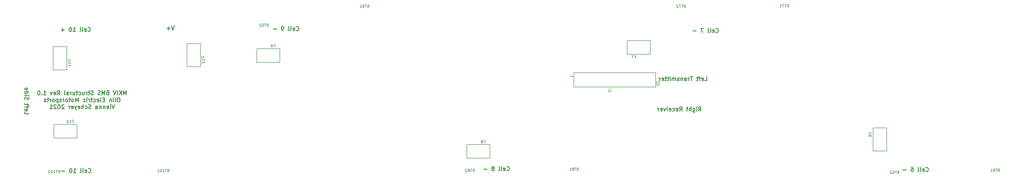
<source format=gbr>
G04 #@! TF.GenerationSoftware,KiCad,Pcbnew,5.0.2-bee76a0~70~ubuntu16.04.1*
G04 #@! TF.CreationDate,2019-03-25T22:30:45-04:00*
G04 #@! TF.ProjectId,BMS_Structural,424d535f-5374-4727-9563-747572616c2e,rev?*
G04 #@! TF.SameCoordinates,Original*
G04 #@! TF.FileFunction,Legend,Bot*
G04 #@! TF.FilePolarity,Positive*
%FSLAX46Y46*%
G04 Gerber Fmt 4.6, Leading zero omitted, Abs format (unit mm)*
G04 Created by KiCad (PCBNEW 5.0.2-bee76a0~70~ubuntu16.04.1) date Mon 25 Mar 2019 10:30:45 PM EDT*
%MOMM*%
%LPD*%
G01*
G04 APERTURE LIST*
%ADD10C,0.300000*%
%ADD11C,0.150000*%
G04 APERTURE END LIST*
D10*
X40887885Y-27078714D02*
X40959314Y-27150142D01*
X41173600Y-27221571D01*
X41316457Y-27221571D01*
X41530742Y-27150142D01*
X41673600Y-27007285D01*
X41745028Y-26864428D01*
X41816457Y-26578714D01*
X41816457Y-26364428D01*
X41745028Y-26078714D01*
X41673600Y-25935857D01*
X41530742Y-25793000D01*
X41316457Y-25721571D01*
X41173600Y-25721571D01*
X40959314Y-25793000D01*
X40887885Y-25864428D01*
X39673600Y-27150142D02*
X39816457Y-27221571D01*
X40102171Y-27221571D01*
X40245028Y-27150142D01*
X40316457Y-27007285D01*
X40316457Y-26435857D01*
X40245028Y-26293000D01*
X40102171Y-26221571D01*
X39816457Y-26221571D01*
X39673600Y-26293000D01*
X39602171Y-26435857D01*
X39602171Y-26578714D01*
X40316457Y-26721571D01*
X38745028Y-27221571D02*
X38887885Y-27150142D01*
X38959314Y-27007285D01*
X38959314Y-25721571D01*
X37959314Y-27221571D02*
X38102171Y-27150142D01*
X38173600Y-27007285D01*
X38173600Y-25721571D01*
X35459314Y-27221571D02*
X36316457Y-27221571D01*
X35887885Y-27221571D02*
X35887885Y-25721571D01*
X36030742Y-25935857D01*
X36173600Y-26078714D01*
X36316457Y-26150142D01*
X34530742Y-25721571D02*
X34387885Y-25721571D01*
X34245028Y-25793000D01*
X34173600Y-25864428D01*
X34102171Y-26007285D01*
X34030742Y-26293000D01*
X34030742Y-26650142D01*
X34102171Y-26935857D01*
X34173600Y-27078714D01*
X34245028Y-27150142D01*
X34387885Y-27221571D01*
X34530742Y-27221571D01*
X34673600Y-27150142D01*
X34745028Y-27078714D01*
X34816457Y-26935857D01*
X34887885Y-26650142D01*
X34887885Y-26293000D01*
X34816457Y-26007285D01*
X34745028Y-25864428D01*
X34673600Y-25793000D01*
X34530742Y-25721571D01*
X32245028Y-26650142D02*
X31102171Y-26650142D01*
X31673600Y-27221571D02*
X31673600Y-26078714D01*
X41040285Y-78818514D02*
X41111714Y-78889942D01*
X41326000Y-78961371D01*
X41468857Y-78961371D01*
X41683142Y-78889942D01*
X41826000Y-78747085D01*
X41897428Y-78604228D01*
X41968857Y-78318514D01*
X41968857Y-78104228D01*
X41897428Y-77818514D01*
X41826000Y-77675657D01*
X41683142Y-77532800D01*
X41468857Y-77461371D01*
X41326000Y-77461371D01*
X41111714Y-77532800D01*
X41040285Y-77604228D01*
X39826000Y-78889942D02*
X39968857Y-78961371D01*
X40254571Y-78961371D01*
X40397428Y-78889942D01*
X40468857Y-78747085D01*
X40468857Y-78175657D01*
X40397428Y-78032800D01*
X40254571Y-77961371D01*
X39968857Y-77961371D01*
X39826000Y-78032800D01*
X39754571Y-78175657D01*
X39754571Y-78318514D01*
X40468857Y-78461371D01*
X38897428Y-78961371D02*
X39040285Y-78889942D01*
X39111714Y-78747085D01*
X39111714Y-77461371D01*
X38111714Y-78961371D02*
X38254571Y-78889942D01*
X38326000Y-78747085D01*
X38326000Y-77461371D01*
X35611714Y-78961371D02*
X36468857Y-78961371D01*
X36040285Y-78961371D02*
X36040285Y-77461371D01*
X36183142Y-77675657D01*
X36326000Y-77818514D01*
X36468857Y-77889942D01*
X34683142Y-77461371D02*
X34540285Y-77461371D01*
X34397428Y-77532800D01*
X34326000Y-77604228D01*
X34254571Y-77747085D01*
X34183142Y-78032800D01*
X34183142Y-78389942D01*
X34254571Y-78675657D01*
X34326000Y-78818514D01*
X34397428Y-78889942D01*
X34540285Y-78961371D01*
X34683142Y-78961371D01*
X34826000Y-78889942D01*
X34897428Y-78818514D01*
X34968857Y-78675657D01*
X35040285Y-78389942D01*
X35040285Y-78032800D01*
X34968857Y-77747085D01*
X34897428Y-77604228D01*
X34826000Y-77532800D01*
X34683142Y-77461371D01*
X32397428Y-78389942D02*
X31254571Y-78389942D01*
X117237200Y-26773914D02*
X117308628Y-26845342D01*
X117522914Y-26916771D01*
X117665771Y-26916771D01*
X117880057Y-26845342D01*
X118022914Y-26702485D01*
X118094342Y-26559628D01*
X118165771Y-26273914D01*
X118165771Y-26059628D01*
X118094342Y-25773914D01*
X118022914Y-25631057D01*
X117880057Y-25488200D01*
X117665771Y-25416771D01*
X117522914Y-25416771D01*
X117308628Y-25488200D01*
X117237200Y-25559628D01*
X116022914Y-26845342D02*
X116165771Y-26916771D01*
X116451485Y-26916771D01*
X116594342Y-26845342D01*
X116665771Y-26702485D01*
X116665771Y-26131057D01*
X116594342Y-25988200D01*
X116451485Y-25916771D01*
X116165771Y-25916771D01*
X116022914Y-25988200D01*
X115951485Y-26131057D01*
X115951485Y-26273914D01*
X116665771Y-26416771D01*
X115094342Y-26916771D02*
X115237200Y-26845342D01*
X115308628Y-26702485D01*
X115308628Y-25416771D01*
X114308628Y-26916771D02*
X114451485Y-26845342D01*
X114522914Y-26702485D01*
X114522914Y-25416771D01*
X112522914Y-26916771D02*
X112237200Y-26916771D01*
X112094342Y-26845342D01*
X112022914Y-26773914D01*
X111880057Y-26559628D01*
X111808628Y-26273914D01*
X111808628Y-25702485D01*
X111880057Y-25559628D01*
X111951485Y-25488200D01*
X112094342Y-25416771D01*
X112380057Y-25416771D01*
X112522914Y-25488200D01*
X112594342Y-25559628D01*
X112665771Y-25702485D01*
X112665771Y-26059628D01*
X112594342Y-26202485D01*
X112522914Y-26273914D01*
X112380057Y-26345342D01*
X112094342Y-26345342D01*
X111951485Y-26273914D01*
X111880057Y-26202485D01*
X111808628Y-26059628D01*
X110022914Y-26345342D02*
X108880057Y-26345342D01*
X194351600Y-78132714D02*
X194423028Y-78204142D01*
X194637314Y-78275571D01*
X194780171Y-78275571D01*
X194994457Y-78204142D01*
X195137314Y-78061285D01*
X195208742Y-77918428D01*
X195280171Y-77632714D01*
X195280171Y-77418428D01*
X195208742Y-77132714D01*
X195137314Y-76989857D01*
X194994457Y-76847000D01*
X194780171Y-76775571D01*
X194637314Y-76775571D01*
X194423028Y-76847000D01*
X194351600Y-76918428D01*
X193137314Y-78204142D02*
X193280171Y-78275571D01*
X193565885Y-78275571D01*
X193708742Y-78204142D01*
X193780171Y-78061285D01*
X193780171Y-77489857D01*
X193708742Y-77347000D01*
X193565885Y-77275571D01*
X193280171Y-77275571D01*
X193137314Y-77347000D01*
X193065885Y-77489857D01*
X193065885Y-77632714D01*
X193780171Y-77775571D01*
X192208742Y-78275571D02*
X192351600Y-78204142D01*
X192423028Y-78061285D01*
X192423028Y-76775571D01*
X191423028Y-78275571D02*
X191565885Y-78204142D01*
X191637314Y-78061285D01*
X191637314Y-76775571D01*
X189494457Y-77418428D02*
X189637314Y-77347000D01*
X189708742Y-77275571D01*
X189780171Y-77132714D01*
X189780171Y-77061285D01*
X189708742Y-76918428D01*
X189637314Y-76847000D01*
X189494457Y-76775571D01*
X189208742Y-76775571D01*
X189065885Y-76847000D01*
X188994457Y-76918428D01*
X188923028Y-77061285D01*
X188923028Y-77132714D01*
X188994457Y-77275571D01*
X189065885Y-77347000D01*
X189208742Y-77418428D01*
X189494457Y-77418428D01*
X189637314Y-77489857D01*
X189708742Y-77561285D01*
X189780171Y-77704142D01*
X189780171Y-77989857D01*
X189708742Y-78132714D01*
X189637314Y-78204142D01*
X189494457Y-78275571D01*
X189208742Y-78275571D01*
X189065885Y-78204142D01*
X188994457Y-78132714D01*
X188923028Y-77989857D01*
X188923028Y-77704142D01*
X188994457Y-77561285D01*
X189065885Y-77489857D01*
X189208742Y-77418428D01*
X187137314Y-77704142D02*
X185994457Y-77704142D01*
X270958000Y-27459714D02*
X271029428Y-27531142D01*
X271243714Y-27602571D01*
X271386571Y-27602571D01*
X271600857Y-27531142D01*
X271743714Y-27388285D01*
X271815142Y-27245428D01*
X271886571Y-26959714D01*
X271886571Y-26745428D01*
X271815142Y-26459714D01*
X271743714Y-26316857D01*
X271600857Y-26174000D01*
X271386571Y-26102571D01*
X271243714Y-26102571D01*
X271029428Y-26174000D01*
X270958000Y-26245428D01*
X269743714Y-27531142D02*
X269886571Y-27602571D01*
X270172285Y-27602571D01*
X270315142Y-27531142D01*
X270386571Y-27388285D01*
X270386571Y-26816857D01*
X270315142Y-26674000D01*
X270172285Y-26602571D01*
X269886571Y-26602571D01*
X269743714Y-26674000D01*
X269672285Y-26816857D01*
X269672285Y-26959714D01*
X270386571Y-27102571D01*
X268815142Y-27602571D02*
X268958000Y-27531142D01*
X269029428Y-27388285D01*
X269029428Y-26102571D01*
X268029428Y-27602571D02*
X268172285Y-27531142D01*
X268243714Y-27388285D01*
X268243714Y-26102571D01*
X266458000Y-26102571D02*
X265458000Y-26102571D01*
X266100857Y-27602571D01*
X263743714Y-27031142D02*
X262600857Y-27031142D01*
X347894600Y-78412114D02*
X347966028Y-78483542D01*
X348180314Y-78554971D01*
X348323171Y-78554971D01*
X348537457Y-78483542D01*
X348680314Y-78340685D01*
X348751742Y-78197828D01*
X348823171Y-77912114D01*
X348823171Y-77697828D01*
X348751742Y-77412114D01*
X348680314Y-77269257D01*
X348537457Y-77126400D01*
X348323171Y-77054971D01*
X348180314Y-77054971D01*
X347966028Y-77126400D01*
X347894600Y-77197828D01*
X346680314Y-78483542D02*
X346823171Y-78554971D01*
X347108885Y-78554971D01*
X347251742Y-78483542D01*
X347323171Y-78340685D01*
X347323171Y-77769257D01*
X347251742Y-77626400D01*
X347108885Y-77554971D01*
X346823171Y-77554971D01*
X346680314Y-77626400D01*
X346608885Y-77769257D01*
X346608885Y-77912114D01*
X347323171Y-78054971D01*
X345751742Y-78554971D02*
X345894600Y-78483542D01*
X345966028Y-78340685D01*
X345966028Y-77054971D01*
X344966028Y-78554971D02*
X345108885Y-78483542D01*
X345180314Y-78340685D01*
X345180314Y-77054971D01*
X342608885Y-77054971D02*
X342894600Y-77054971D01*
X343037457Y-77126400D01*
X343108885Y-77197828D01*
X343251742Y-77412114D01*
X343323171Y-77697828D01*
X343323171Y-78269257D01*
X343251742Y-78412114D01*
X343180314Y-78483542D01*
X343037457Y-78554971D01*
X342751742Y-78554971D01*
X342608885Y-78483542D01*
X342537457Y-78412114D01*
X342466028Y-78269257D01*
X342466028Y-77912114D01*
X342537457Y-77769257D01*
X342608885Y-77697828D01*
X342751742Y-77626400D01*
X343037457Y-77626400D01*
X343180314Y-77697828D01*
X343251742Y-77769257D01*
X343323171Y-77912114D01*
X340680314Y-77983542D02*
X339537457Y-77983542D01*
X72548571Y-25188171D02*
X72048571Y-26688171D01*
X71548571Y-25188171D01*
X71048571Y-26116742D02*
X69905714Y-26116742D01*
X70477142Y-26688171D02*
X70477142Y-25545314D01*
X17787228Y-56705000D02*
X17787228Y-57419285D01*
X19287228Y-57419285D01*
X17858657Y-55633571D02*
X17787228Y-55776428D01*
X17787228Y-56062142D01*
X17858657Y-56205000D01*
X18001514Y-56276428D01*
X18572942Y-56276428D01*
X18715800Y-56205000D01*
X18787228Y-56062142D01*
X18787228Y-55776428D01*
X18715800Y-55633571D01*
X18572942Y-55562142D01*
X18430085Y-55562142D01*
X18287228Y-56276428D01*
X18787228Y-55133571D02*
X18787228Y-54562142D01*
X17787228Y-54919285D02*
X19072942Y-54919285D01*
X19215800Y-54847857D01*
X19287228Y-54705000D01*
X19287228Y-54562142D01*
X18787228Y-54276428D02*
X18787228Y-53705000D01*
X19287228Y-54062142D02*
X18001514Y-54062142D01*
X17858657Y-53990714D01*
X17787228Y-53847857D01*
X17787228Y-53705000D01*
X17858657Y-52133571D02*
X17787228Y-51919285D01*
X17787228Y-51562142D01*
X17858657Y-51419285D01*
X17930085Y-51347857D01*
X18072942Y-51276428D01*
X18215800Y-51276428D01*
X18358657Y-51347857D01*
X18430085Y-51419285D01*
X18501514Y-51562142D01*
X18572942Y-51847857D01*
X18644371Y-51990714D01*
X18715800Y-52062142D01*
X18858657Y-52133571D01*
X19001514Y-52133571D01*
X19144371Y-52062142D01*
X19215800Y-51990714D01*
X19287228Y-51847857D01*
X19287228Y-51490714D01*
X19215800Y-51276428D01*
X17787228Y-50633571D02*
X18787228Y-50633571D01*
X19287228Y-50633571D02*
X19215800Y-50705000D01*
X19144371Y-50633571D01*
X19215800Y-50562142D01*
X19287228Y-50633571D01*
X19144371Y-50633571D01*
X17787228Y-49276428D02*
X19287228Y-49276428D01*
X17858657Y-49276428D02*
X17787228Y-49419285D01*
X17787228Y-49705000D01*
X17858657Y-49847857D01*
X17930085Y-49919285D01*
X18072942Y-49990714D01*
X18501514Y-49990714D01*
X18644371Y-49919285D01*
X18715800Y-49847857D01*
X18787228Y-49705000D01*
X18787228Y-49419285D01*
X18715800Y-49276428D01*
X17858657Y-47990714D02*
X17787228Y-48133571D01*
X17787228Y-48419285D01*
X17858657Y-48562142D01*
X18001514Y-48633571D01*
X18572942Y-48633571D01*
X18715800Y-48562142D01*
X18787228Y-48419285D01*
X18787228Y-48133571D01*
X18715800Y-47990714D01*
X18572942Y-47919285D01*
X18430085Y-47919285D01*
X18287228Y-48633571D01*
X54938971Y-50477971D02*
X54938971Y-48977971D01*
X54438971Y-50049400D01*
X53938971Y-48977971D01*
X53938971Y-50477971D01*
X53224685Y-50477971D02*
X53224685Y-48977971D01*
X52367542Y-50477971D02*
X53010400Y-49620828D01*
X52367542Y-48977971D02*
X53224685Y-49835114D01*
X51724685Y-50477971D02*
X51724685Y-48977971D01*
X51224685Y-48977971D02*
X50724685Y-50477971D01*
X50224685Y-48977971D01*
X48081828Y-49692257D02*
X47867542Y-49763685D01*
X47796114Y-49835114D01*
X47724685Y-49977971D01*
X47724685Y-50192257D01*
X47796114Y-50335114D01*
X47867542Y-50406542D01*
X48010400Y-50477971D01*
X48581828Y-50477971D01*
X48581828Y-48977971D01*
X48081828Y-48977971D01*
X47938971Y-49049400D01*
X47867542Y-49120828D01*
X47796114Y-49263685D01*
X47796114Y-49406542D01*
X47867542Y-49549400D01*
X47938971Y-49620828D01*
X48081828Y-49692257D01*
X48581828Y-49692257D01*
X47081828Y-50477971D02*
X47081828Y-48977971D01*
X46581828Y-50049400D01*
X46081828Y-48977971D01*
X46081828Y-50477971D01*
X45438971Y-50406542D02*
X45224685Y-50477971D01*
X44867542Y-50477971D01*
X44724685Y-50406542D01*
X44653257Y-50335114D01*
X44581828Y-50192257D01*
X44581828Y-50049400D01*
X44653257Y-49906542D01*
X44724685Y-49835114D01*
X44867542Y-49763685D01*
X45153257Y-49692257D01*
X45296114Y-49620828D01*
X45367542Y-49549400D01*
X45438971Y-49406542D01*
X45438971Y-49263685D01*
X45367542Y-49120828D01*
X45296114Y-49049400D01*
X45153257Y-48977971D01*
X44796114Y-48977971D01*
X44581828Y-49049400D01*
X42867542Y-50406542D02*
X42653257Y-50477971D01*
X42296114Y-50477971D01*
X42153257Y-50406542D01*
X42081828Y-50335114D01*
X42010400Y-50192257D01*
X42010400Y-50049400D01*
X42081828Y-49906542D01*
X42153257Y-49835114D01*
X42296114Y-49763685D01*
X42581828Y-49692257D01*
X42724685Y-49620828D01*
X42796114Y-49549400D01*
X42867542Y-49406542D01*
X42867542Y-49263685D01*
X42796114Y-49120828D01*
X42724685Y-49049400D01*
X42581828Y-48977971D01*
X42224685Y-48977971D01*
X42010400Y-49049400D01*
X41581828Y-49477971D02*
X41010400Y-49477971D01*
X41367542Y-48977971D02*
X41367542Y-50263685D01*
X41296114Y-50406542D01*
X41153257Y-50477971D01*
X41010400Y-50477971D01*
X40510400Y-50477971D02*
X40510400Y-49477971D01*
X40510400Y-49763685D02*
X40438971Y-49620828D01*
X40367542Y-49549400D01*
X40224685Y-49477971D01*
X40081828Y-49477971D01*
X38938971Y-49477971D02*
X38938971Y-50477971D01*
X39581828Y-49477971D02*
X39581828Y-50263685D01*
X39510400Y-50406542D01*
X39367542Y-50477971D01*
X39153257Y-50477971D01*
X39010400Y-50406542D01*
X38938971Y-50335114D01*
X37581828Y-50406542D02*
X37724685Y-50477971D01*
X38010400Y-50477971D01*
X38153257Y-50406542D01*
X38224685Y-50335114D01*
X38296114Y-50192257D01*
X38296114Y-49763685D01*
X38224685Y-49620828D01*
X38153257Y-49549400D01*
X38010400Y-49477971D01*
X37724685Y-49477971D01*
X37581828Y-49549400D01*
X37153257Y-49477971D02*
X36581828Y-49477971D01*
X36938971Y-48977971D02*
X36938971Y-50263685D01*
X36867542Y-50406542D01*
X36724685Y-50477971D01*
X36581828Y-50477971D01*
X35438971Y-49477971D02*
X35438971Y-50477971D01*
X36081828Y-49477971D02*
X36081828Y-50263685D01*
X36010400Y-50406542D01*
X35867542Y-50477971D01*
X35653257Y-50477971D01*
X35510400Y-50406542D01*
X35438971Y-50335114D01*
X34724685Y-50477971D02*
X34724685Y-49477971D01*
X34724685Y-49763685D02*
X34653257Y-49620828D01*
X34581828Y-49549400D01*
X34438971Y-49477971D01*
X34296114Y-49477971D01*
X33153257Y-50477971D02*
X33153257Y-49692257D01*
X33224685Y-49549400D01*
X33367542Y-49477971D01*
X33653257Y-49477971D01*
X33796114Y-49549400D01*
X33153257Y-50406542D02*
X33296114Y-50477971D01*
X33653257Y-50477971D01*
X33796114Y-50406542D01*
X33867542Y-50263685D01*
X33867542Y-50120828D01*
X33796114Y-49977971D01*
X33653257Y-49906542D01*
X33296114Y-49906542D01*
X33153257Y-49835114D01*
X32224685Y-50477971D02*
X32367542Y-50406542D01*
X32438971Y-50263685D01*
X32438971Y-48977971D01*
X29653257Y-50477971D02*
X30153257Y-49763685D01*
X30510400Y-50477971D02*
X30510400Y-48977971D01*
X29938971Y-48977971D01*
X29796114Y-49049400D01*
X29724685Y-49120828D01*
X29653257Y-49263685D01*
X29653257Y-49477971D01*
X29724685Y-49620828D01*
X29796114Y-49692257D01*
X29938971Y-49763685D01*
X30510400Y-49763685D01*
X28438971Y-50406542D02*
X28581828Y-50477971D01*
X28867542Y-50477971D01*
X29010400Y-50406542D01*
X29081828Y-50263685D01*
X29081828Y-49692257D01*
X29010400Y-49549400D01*
X28867542Y-49477971D01*
X28581828Y-49477971D01*
X28438971Y-49549400D01*
X28367542Y-49692257D01*
X28367542Y-49835114D01*
X29081828Y-49977971D01*
X27867542Y-49477971D02*
X27510400Y-50477971D01*
X27153257Y-49477971D01*
X24653257Y-50477971D02*
X25510400Y-50477971D01*
X25081828Y-50477971D02*
X25081828Y-48977971D01*
X25224685Y-49192257D01*
X25367542Y-49335114D01*
X25510400Y-49406542D01*
X24010400Y-50335114D02*
X23938971Y-50406542D01*
X24010400Y-50477971D01*
X24081828Y-50406542D01*
X24010400Y-50335114D01*
X24010400Y-50477971D01*
X23010400Y-48977971D02*
X22867542Y-48977971D01*
X22724685Y-49049400D01*
X22653257Y-49120828D01*
X22581828Y-49263685D01*
X22510400Y-49549400D01*
X22510400Y-49906542D01*
X22581828Y-50192257D01*
X22653257Y-50335114D01*
X22724685Y-50406542D01*
X22867542Y-50477971D01*
X23010400Y-50477971D01*
X23153257Y-50406542D01*
X23224685Y-50335114D01*
X23296114Y-50192257D01*
X23367542Y-49906542D01*
X23367542Y-49549400D01*
X23296114Y-49263685D01*
X23224685Y-49120828D01*
X23153257Y-49049400D01*
X23010400Y-48977971D01*
X52296114Y-51527971D02*
X52010400Y-51527971D01*
X51867542Y-51599400D01*
X51724685Y-51742257D01*
X51653257Y-52027971D01*
X51653257Y-52527971D01*
X51724685Y-52813685D01*
X51867542Y-52956542D01*
X52010400Y-53027971D01*
X52296114Y-53027971D01*
X52438971Y-52956542D01*
X52581828Y-52813685D01*
X52653257Y-52527971D01*
X52653257Y-52027971D01*
X52581828Y-51742257D01*
X52438971Y-51599400D01*
X52296114Y-51527971D01*
X50796114Y-53027971D02*
X50938971Y-52956542D01*
X51010400Y-52813685D01*
X51010400Y-51527971D01*
X50224685Y-53027971D02*
X50224685Y-52027971D01*
X50224685Y-51527971D02*
X50296114Y-51599400D01*
X50224685Y-51670828D01*
X50153257Y-51599400D01*
X50224685Y-51527971D01*
X50224685Y-51670828D01*
X49510400Y-52027971D02*
X49510400Y-53027971D01*
X49510400Y-52170828D02*
X49438971Y-52099400D01*
X49296114Y-52027971D01*
X49081828Y-52027971D01*
X48938971Y-52099400D01*
X48867542Y-52242257D01*
X48867542Y-53027971D01*
X47010400Y-52242257D02*
X46510400Y-52242257D01*
X46296114Y-53027971D02*
X47010400Y-53027971D01*
X47010400Y-51527971D01*
X46296114Y-51527971D01*
X45438971Y-53027971D02*
X45581828Y-52956542D01*
X45653257Y-52813685D01*
X45653257Y-51527971D01*
X44296114Y-52956542D02*
X44438971Y-53027971D01*
X44724685Y-53027971D01*
X44867542Y-52956542D01*
X44938971Y-52813685D01*
X44938971Y-52242257D01*
X44867542Y-52099400D01*
X44724685Y-52027971D01*
X44438971Y-52027971D01*
X44296114Y-52099400D01*
X44224685Y-52242257D01*
X44224685Y-52385114D01*
X44938971Y-52527971D01*
X42938971Y-52956542D02*
X43081828Y-53027971D01*
X43367542Y-53027971D01*
X43510400Y-52956542D01*
X43581828Y-52885114D01*
X43653257Y-52742257D01*
X43653257Y-52313685D01*
X43581828Y-52170828D01*
X43510400Y-52099400D01*
X43367542Y-52027971D01*
X43081828Y-52027971D01*
X42938971Y-52099400D01*
X42510400Y-52027971D02*
X41938971Y-52027971D01*
X42296114Y-51527971D02*
X42296114Y-52813685D01*
X42224685Y-52956542D01*
X42081828Y-53027971D01*
X41938971Y-53027971D01*
X41438971Y-53027971D02*
X41438971Y-52027971D01*
X41438971Y-52313685D02*
X41367542Y-52170828D01*
X41296114Y-52099400D01*
X41153257Y-52027971D01*
X41010399Y-52027971D01*
X40510399Y-53027971D02*
X40510399Y-52027971D01*
X40510399Y-51527971D02*
X40581828Y-51599400D01*
X40510399Y-51670828D01*
X40438971Y-51599400D01*
X40510399Y-51527971D01*
X40510399Y-51670828D01*
X39153257Y-52956542D02*
X39296114Y-53027971D01*
X39581828Y-53027971D01*
X39724685Y-52956542D01*
X39796114Y-52885114D01*
X39867542Y-52742257D01*
X39867542Y-52313685D01*
X39796114Y-52170828D01*
X39724685Y-52099400D01*
X39581828Y-52027971D01*
X39296114Y-52027971D01*
X39153257Y-52099400D01*
X37367542Y-53027971D02*
X37367542Y-51527971D01*
X36867542Y-52599400D01*
X36367542Y-51527971D01*
X36367542Y-53027971D01*
X35438971Y-53027971D02*
X35581828Y-52956542D01*
X35653257Y-52885114D01*
X35724685Y-52742257D01*
X35724685Y-52313685D01*
X35653257Y-52170828D01*
X35581828Y-52099400D01*
X35438971Y-52027971D01*
X35224685Y-52027971D01*
X35081828Y-52099400D01*
X35010399Y-52170828D01*
X34938971Y-52313685D01*
X34938971Y-52742257D01*
X35010399Y-52885114D01*
X35081828Y-52956542D01*
X35224685Y-53027971D01*
X35438971Y-53027971D01*
X34510399Y-52027971D02*
X33938971Y-52027971D01*
X34296114Y-51527971D02*
X34296114Y-52813685D01*
X34224685Y-52956542D01*
X34081828Y-53027971D01*
X33938971Y-53027971D01*
X33224685Y-53027971D02*
X33367542Y-52956542D01*
X33438971Y-52885114D01*
X33510399Y-52742257D01*
X33510399Y-52313685D01*
X33438971Y-52170828D01*
X33367542Y-52099400D01*
X33224685Y-52027971D01*
X33010399Y-52027971D01*
X32867542Y-52099400D01*
X32796114Y-52170828D01*
X32724685Y-52313685D01*
X32724685Y-52742257D01*
X32796114Y-52885114D01*
X32867542Y-52956542D01*
X33010399Y-53027971D01*
X33224685Y-53027971D01*
X32081828Y-53027971D02*
X32081828Y-52027971D01*
X32081828Y-52313685D02*
X32010399Y-52170828D01*
X31938971Y-52099400D01*
X31796114Y-52027971D01*
X31653257Y-52027971D01*
X31224685Y-52956542D02*
X31081828Y-53027971D01*
X30796114Y-53027971D01*
X30653257Y-52956542D01*
X30581828Y-52813685D01*
X30581828Y-52742257D01*
X30653257Y-52599400D01*
X30796114Y-52527971D01*
X31010399Y-52527971D01*
X31153257Y-52456542D01*
X31224685Y-52313685D01*
X31224685Y-52242257D01*
X31153257Y-52099400D01*
X31010399Y-52027971D01*
X30796114Y-52027971D01*
X30653257Y-52099400D01*
X29938971Y-52027971D02*
X29938971Y-53527971D01*
X29938971Y-52099400D02*
X29796114Y-52027971D01*
X29510399Y-52027971D01*
X29367542Y-52099400D01*
X29296114Y-52170828D01*
X29224685Y-52313685D01*
X29224685Y-52742257D01*
X29296114Y-52885114D01*
X29367542Y-52956542D01*
X29510399Y-53027971D01*
X29796114Y-53027971D01*
X29938971Y-52956542D01*
X28367542Y-53027971D02*
X28510399Y-52956542D01*
X28581828Y-52885114D01*
X28653257Y-52742257D01*
X28653257Y-52313685D01*
X28581828Y-52170828D01*
X28510399Y-52099400D01*
X28367542Y-52027971D01*
X28153257Y-52027971D01*
X28010399Y-52099400D01*
X27938971Y-52170828D01*
X27867542Y-52313685D01*
X27867542Y-52742257D01*
X27938971Y-52885114D01*
X28010399Y-52956542D01*
X28153257Y-53027971D01*
X28367542Y-53027971D01*
X27224685Y-53027971D02*
X27224685Y-52027971D01*
X27224685Y-52313685D02*
X27153257Y-52170828D01*
X27081828Y-52099400D01*
X26938971Y-52027971D01*
X26796114Y-52027971D01*
X26510399Y-52027971D02*
X25938971Y-52027971D01*
X26296114Y-51527971D02*
X26296114Y-52813685D01*
X26224685Y-52956542D01*
X26081828Y-53027971D01*
X25938971Y-53027971D01*
X25510399Y-52956542D02*
X25367542Y-53027971D01*
X25081828Y-53027971D01*
X24938971Y-52956542D01*
X24867542Y-52813685D01*
X24867542Y-52742257D01*
X24938971Y-52599400D01*
X25081828Y-52527971D01*
X25296114Y-52527971D01*
X25438971Y-52456542D01*
X25510399Y-52313685D01*
X25510399Y-52242257D01*
X25438971Y-52099400D01*
X25296114Y-52027971D01*
X25081828Y-52027971D01*
X24938971Y-52099400D01*
X50653257Y-54077971D02*
X50153257Y-55577971D01*
X49653257Y-54077971D01*
X49153257Y-55577971D02*
X49153257Y-54577971D01*
X49153257Y-54077971D02*
X49224685Y-54149400D01*
X49153257Y-54220828D01*
X49081828Y-54149400D01*
X49153257Y-54077971D01*
X49153257Y-54220828D01*
X47867542Y-55506542D02*
X48010400Y-55577971D01*
X48296114Y-55577971D01*
X48438971Y-55506542D01*
X48510400Y-55363685D01*
X48510400Y-54792257D01*
X48438971Y-54649400D01*
X48296114Y-54577971D01*
X48010400Y-54577971D01*
X47867542Y-54649400D01*
X47796114Y-54792257D01*
X47796114Y-54935114D01*
X48510400Y-55077971D01*
X47153257Y-54577971D02*
X47153257Y-55577971D01*
X47153257Y-54720828D02*
X47081828Y-54649400D01*
X46938971Y-54577971D01*
X46724685Y-54577971D01*
X46581828Y-54649400D01*
X46510400Y-54792257D01*
X46510400Y-55577971D01*
X45796114Y-54577971D02*
X45796114Y-55577971D01*
X45796114Y-54720828D02*
X45724685Y-54649400D01*
X45581828Y-54577971D01*
X45367542Y-54577971D01*
X45224685Y-54649400D01*
X45153257Y-54792257D01*
X45153257Y-55577971D01*
X43796114Y-55577971D02*
X43796114Y-54792257D01*
X43867542Y-54649400D01*
X44010400Y-54577971D01*
X44296114Y-54577971D01*
X44438971Y-54649400D01*
X43796114Y-55506542D02*
X43938971Y-55577971D01*
X44296114Y-55577971D01*
X44438971Y-55506542D01*
X44510400Y-55363685D01*
X44510400Y-55220828D01*
X44438971Y-55077971D01*
X44296114Y-55006542D01*
X43938971Y-55006542D01*
X43796114Y-54935114D01*
X42010400Y-55506542D02*
X41796114Y-55577971D01*
X41438971Y-55577971D01*
X41296114Y-55506542D01*
X41224685Y-55435114D01*
X41153257Y-55292257D01*
X41153257Y-55149400D01*
X41224685Y-55006542D01*
X41296114Y-54935114D01*
X41438971Y-54863685D01*
X41724685Y-54792257D01*
X41867542Y-54720828D01*
X41938971Y-54649400D01*
X42010400Y-54506542D01*
X42010400Y-54363685D01*
X41938971Y-54220828D01*
X41867542Y-54149400D01*
X41724685Y-54077971D01*
X41367542Y-54077971D01*
X41153257Y-54149400D01*
X39867542Y-55506542D02*
X40010400Y-55577971D01*
X40296114Y-55577971D01*
X40438971Y-55506542D01*
X40510400Y-55435114D01*
X40581828Y-55292257D01*
X40581828Y-54863685D01*
X40510400Y-54720828D01*
X40438971Y-54649400D01*
X40296114Y-54577971D01*
X40010400Y-54577971D01*
X39867542Y-54649400D01*
X39224685Y-55577971D02*
X39224685Y-54077971D01*
X38581828Y-55577971D02*
X38581828Y-54792257D01*
X38653257Y-54649400D01*
X38796114Y-54577971D01*
X39010400Y-54577971D01*
X39153257Y-54649400D01*
X39224685Y-54720828D01*
X37296114Y-55506542D02*
X37438971Y-55577971D01*
X37724685Y-55577971D01*
X37867542Y-55506542D01*
X37938971Y-55363685D01*
X37938971Y-54792257D01*
X37867542Y-54649400D01*
X37724685Y-54577971D01*
X37438971Y-54577971D01*
X37296114Y-54649400D01*
X37224685Y-54792257D01*
X37224685Y-54935114D01*
X37938971Y-55077971D01*
X36724685Y-54577971D02*
X36367542Y-55577971D01*
X36010400Y-54577971D02*
X36367542Y-55577971D01*
X36510400Y-55935114D01*
X36581828Y-56006542D01*
X36724685Y-56077971D01*
X34867542Y-55506542D02*
X35010400Y-55577971D01*
X35296114Y-55577971D01*
X35438971Y-55506542D01*
X35510400Y-55363685D01*
X35510400Y-54792257D01*
X35438971Y-54649400D01*
X35296114Y-54577971D01*
X35010400Y-54577971D01*
X34867542Y-54649400D01*
X34796114Y-54792257D01*
X34796114Y-54935114D01*
X35510400Y-55077971D01*
X34153257Y-55577971D02*
X34153257Y-54577971D01*
X34153257Y-54863685D02*
X34081828Y-54720828D01*
X34010400Y-54649400D01*
X33867542Y-54577971D01*
X33724685Y-54577971D01*
X32153257Y-54220828D02*
X32081828Y-54149400D01*
X31938971Y-54077971D01*
X31581828Y-54077971D01*
X31438971Y-54149400D01*
X31367542Y-54220828D01*
X31296114Y-54363685D01*
X31296114Y-54506542D01*
X31367542Y-54720828D01*
X32224685Y-55577971D01*
X31296114Y-55577971D01*
X30367542Y-54077971D02*
X30224685Y-54077971D01*
X30081828Y-54149400D01*
X30010400Y-54220828D01*
X29938971Y-54363685D01*
X29867542Y-54649400D01*
X29867542Y-55006542D01*
X29938971Y-55292257D01*
X30010400Y-55435114D01*
X30081828Y-55506542D01*
X30224685Y-55577971D01*
X30367542Y-55577971D01*
X30510400Y-55506542D01*
X30581828Y-55435114D01*
X30653257Y-55292257D01*
X30724685Y-55006542D01*
X30724685Y-54649400D01*
X30653257Y-54363685D01*
X30581828Y-54220828D01*
X30510400Y-54149400D01*
X30367542Y-54077971D01*
X29296114Y-54220828D02*
X29224685Y-54149400D01*
X29081828Y-54077971D01*
X28724685Y-54077971D01*
X28581828Y-54149400D01*
X28510400Y-54220828D01*
X28438971Y-54363685D01*
X28438971Y-54506542D01*
X28510400Y-54720828D01*
X29367542Y-55577971D01*
X28438971Y-55577971D01*
X27010400Y-55577971D02*
X27867542Y-55577971D01*
X27438971Y-55577971D02*
X27438971Y-54077971D01*
X27581828Y-54292257D01*
X27724685Y-54435114D01*
X27867542Y-54506542D01*
X266881571Y-45255571D02*
X267595857Y-45255571D01*
X267595857Y-43755571D01*
X265810142Y-45184142D02*
X265953000Y-45255571D01*
X266238714Y-45255571D01*
X266381571Y-45184142D01*
X266453000Y-45041285D01*
X266453000Y-44469857D01*
X266381571Y-44327000D01*
X266238714Y-44255571D01*
X265953000Y-44255571D01*
X265810142Y-44327000D01*
X265738714Y-44469857D01*
X265738714Y-44612714D01*
X266453000Y-44755571D01*
X265310142Y-44255571D02*
X264738714Y-44255571D01*
X265095857Y-45255571D02*
X265095857Y-43969857D01*
X265024428Y-43827000D01*
X264881571Y-43755571D01*
X264738714Y-43755571D01*
X264453000Y-44255571D02*
X263881571Y-44255571D01*
X264238714Y-43755571D02*
X264238714Y-45041285D01*
X264167285Y-45184142D01*
X264024428Y-45255571D01*
X263881571Y-45255571D01*
X262453000Y-43755571D02*
X261595857Y-43755571D01*
X262024428Y-45255571D02*
X262024428Y-43755571D01*
X261095857Y-45255571D02*
X261095857Y-44255571D01*
X261095857Y-44541285D02*
X261024428Y-44398428D01*
X260953000Y-44327000D01*
X260810142Y-44255571D01*
X260667285Y-44255571D01*
X259524428Y-45255571D02*
X259524428Y-44469857D01*
X259595857Y-44327000D01*
X259738714Y-44255571D01*
X260024428Y-44255571D01*
X260167285Y-44327000D01*
X259524428Y-45184142D02*
X259667285Y-45255571D01*
X260024428Y-45255571D01*
X260167285Y-45184142D01*
X260238714Y-45041285D01*
X260238714Y-44898428D01*
X260167285Y-44755571D01*
X260024428Y-44684142D01*
X259667285Y-44684142D01*
X259524428Y-44612714D01*
X258810142Y-44255571D02*
X258810142Y-45255571D01*
X258810142Y-44398428D02*
X258738714Y-44327000D01*
X258595857Y-44255571D01*
X258381571Y-44255571D01*
X258238714Y-44327000D01*
X258167285Y-44469857D01*
X258167285Y-45255571D01*
X257524428Y-45184142D02*
X257381571Y-45255571D01*
X257095857Y-45255571D01*
X256953000Y-45184142D01*
X256881571Y-45041285D01*
X256881571Y-44969857D01*
X256953000Y-44827000D01*
X257095857Y-44755571D01*
X257310142Y-44755571D01*
X257453000Y-44684142D01*
X257524428Y-44541285D01*
X257524428Y-44469857D01*
X257453000Y-44327000D01*
X257310142Y-44255571D01*
X257095857Y-44255571D01*
X256953000Y-44327000D01*
X256238714Y-45255571D02*
X256238714Y-44255571D01*
X256238714Y-44398428D02*
X256167285Y-44327000D01*
X256024428Y-44255571D01*
X255810142Y-44255571D01*
X255667285Y-44327000D01*
X255595857Y-44469857D01*
X255595857Y-45255571D01*
X255595857Y-44469857D02*
X255524428Y-44327000D01*
X255381571Y-44255571D01*
X255167285Y-44255571D01*
X255024428Y-44327000D01*
X254953000Y-44469857D01*
X254953000Y-45255571D01*
X254238714Y-45255571D02*
X254238714Y-44255571D01*
X254238714Y-43755571D02*
X254310142Y-43827000D01*
X254238714Y-43898428D01*
X254167285Y-43827000D01*
X254238714Y-43755571D01*
X254238714Y-43898428D01*
X253738714Y-44255571D02*
X253167285Y-44255571D01*
X253524428Y-43755571D02*
X253524428Y-45041285D01*
X253453000Y-45184142D01*
X253310142Y-45255571D01*
X253167285Y-45255571D01*
X252881571Y-44255571D02*
X252310142Y-44255571D01*
X252667285Y-43755571D02*
X252667285Y-45041285D01*
X252595857Y-45184142D01*
X252453000Y-45255571D01*
X252310142Y-45255571D01*
X251238714Y-45184142D02*
X251381571Y-45255571D01*
X251667285Y-45255571D01*
X251810142Y-45184142D01*
X251881571Y-45041285D01*
X251881571Y-44469857D01*
X251810142Y-44327000D01*
X251667285Y-44255571D01*
X251381571Y-44255571D01*
X251238714Y-44327000D01*
X251167285Y-44469857D01*
X251167285Y-44612714D01*
X251881571Y-44755571D01*
X250524428Y-45255571D02*
X250524428Y-44255571D01*
X250524428Y-44541285D02*
X250453000Y-44398428D01*
X250381571Y-44327000D01*
X250238714Y-44255571D01*
X250095857Y-44255571D01*
X264596485Y-56355371D02*
X265096485Y-55641085D01*
X265453628Y-56355371D02*
X265453628Y-54855371D01*
X264882200Y-54855371D01*
X264739342Y-54926800D01*
X264667914Y-54998228D01*
X264596485Y-55141085D01*
X264596485Y-55355371D01*
X264667914Y-55498228D01*
X264739342Y-55569657D01*
X264882200Y-55641085D01*
X265453628Y-55641085D01*
X263953628Y-56355371D02*
X263953628Y-55355371D01*
X263953628Y-54855371D02*
X264025057Y-54926800D01*
X263953628Y-54998228D01*
X263882200Y-54926800D01*
X263953628Y-54855371D01*
X263953628Y-54998228D01*
X262596485Y-55355371D02*
X262596485Y-56569657D01*
X262667914Y-56712514D01*
X262739342Y-56783942D01*
X262882200Y-56855371D01*
X263096485Y-56855371D01*
X263239342Y-56783942D01*
X262596485Y-56283942D02*
X262739342Y-56355371D01*
X263025057Y-56355371D01*
X263167914Y-56283942D01*
X263239342Y-56212514D01*
X263310771Y-56069657D01*
X263310771Y-55641085D01*
X263239342Y-55498228D01*
X263167914Y-55426800D01*
X263025057Y-55355371D01*
X262739342Y-55355371D01*
X262596485Y-55426800D01*
X261882200Y-56355371D02*
X261882200Y-54855371D01*
X261239342Y-56355371D02*
X261239342Y-55569657D01*
X261310771Y-55426800D01*
X261453628Y-55355371D01*
X261667914Y-55355371D01*
X261810771Y-55426800D01*
X261882200Y-55498228D01*
X260739342Y-55355371D02*
X260167914Y-55355371D01*
X260525057Y-54855371D02*
X260525057Y-56141085D01*
X260453628Y-56283942D01*
X260310771Y-56355371D01*
X260167914Y-56355371D01*
X257667914Y-56355371D02*
X258167914Y-55641085D01*
X258525057Y-56355371D02*
X258525057Y-54855371D01*
X257953628Y-54855371D01*
X257810771Y-54926800D01*
X257739342Y-54998228D01*
X257667914Y-55141085D01*
X257667914Y-55355371D01*
X257739342Y-55498228D01*
X257810771Y-55569657D01*
X257953628Y-55641085D01*
X258525057Y-55641085D01*
X256453628Y-56283942D02*
X256596485Y-56355371D01*
X256882200Y-56355371D01*
X257025057Y-56283942D01*
X257096485Y-56141085D01*
X257096485Y-55569657D01*
X257025057Y-55426800D01*
X256882200Y-55355371D01*
X256596485Y-55355371D01*
X256453628Y-55426800D01*
X256382200Y-55569657D01*
X256382200Y-55712514D01*
X257096485Y-55855371D01*
X255096485Y-56283942D02*
X255239342Y-56355371D01*
X255525057Y-56355371D01*
X255667914Y-56283942D01*
X255739342Y-56212514D01*
X255810771Y-56069657D01*
X255810771Y-55641085D01*
X255739342Y-55498228D01*
X255667914Y-55426800D01*
X255525057Y-55355371D01*
X255239342Y-55355371D01*
X255096485Y-55426800D01*
X253882200Y-56283942D02*
X254025057Y-56355371D01*
X254310771Y-56355371D01*
X254453628Y-56283942D01*
X254525057Y-56141085D01*
X254525057Y-55569657D01*
X254453628Y-55426800D01*
X254310771Y-55355371D01*
X254025057Y-55355371D01*
X253882200Y-55426800D01*
X253810771Y-55569657D01*
X253810771Y-55712514D01*
X254525057Y-55855371D01*
X253167914Y-56355371D02*
X253167914Y-55355371D01*
X253167914Y-54855371D02*
X253239342Y-54926800D01*
X253167914Y-54998228D01*
X253096485Y-54926800D01*
X253167914Y-54855371D01*
X253167914Y-54998228D01*
X252596485Y-55355371D02*
X252239342Y-56355371D01*
X251882200Y-55355371D01*
X250739342Y-56283942D02*
X250882200Y-56355371D01*
X251167914Y-56355371D01*
X251310771Y-56283942D01*
X251382200Y-56141085D01*
X251382200Y-55569657D01*
X251310771Y-55426800D01*
X251167914Y-55355371D01*
X250882200Y-55355371D01*
X250739342Y-55426800D01*
X250667914Y-55569657D01*
X250667914Y-55712514D01*
X251382200Y-55855371D01*
X250025057Y-56355371D02*
X250025057Y-55355371D01*
X250025057Y-55641085D02*
X249953628Y-55498228D01*
X249882200Y-55426800D01*
X249739342Y-55355371D01*
X249596485Y-55355371D01*
D11*
G04 #@! TO.C,J1*
X248913600Y-42308000D02*
X248913600Y-47608000D01*
X218903600Y-42308000D02*
X218903600Y-47608000D01*
X248913600Y-42308000D02*
X218903600Y-42308000D01*
X248913600Y-47608000D02*
X218903600Y-47608000D01*
G04 #@! TO.C,F6*
X333563600Y-62584200D02*
X328563600Y-62584200D01*
X333563600Y-71084200D02*
X333563600Y-62584200D01*
X328563600Y-71084200D02*
X333563600Y-71084200D01*
X328563600Y-62584200D02*
X328563600Y-71084200D01*
G04 #@! TO.C,F7*
X238482400Y-35596200D02*
X246982400Y-35596200D01*
X246982400Y-35596200D02*
X246982400Y-30596200D01*
X246982400Y-30596200D02*
X238482400Y-30596200D01*
X238482400Y-30596200D02*
X238482400Y-35596200D01*
G04 #@! TO.C,F8*
X188215400Y-73670800D02*
X188215400Y-68670800D01*
X179715400Y-73670800D02*
X188215400Y-73670800D01*
X179715400Y-68670800D02*
X179715400Y-73670800D01*
X188215400Y-68670800D02*
X179715400Y-68670800D01*
G04 #@! TO.C,F9*
X111253400Y-33517200D02*
X102753400Y-33517200D01*
X102753400Y-33517200D02*
X102753400Y-38517200D01*
X102753400Y-38517200D02*
X111253400Y-38517200D01*
X111253400Y-38517200D02*
X111253400Y-33517200D01*
G04 #@! TO.C,F10*
X36907600Y-61279400D02*
X28407600Y-61279400D01*
X28407600Y-61279400D02*
X28407600Y-66279400D01*
X28407600Y-66279400D02*
X36907600Y-66279400D01*
X36907600Y-66279400D02*
X36907600Y-61279400D01*
G04 #@! TO.C,F12*
X82205200Y-40133400D02*
X82205200Y-31633400D01*
X82205200Y-31633400D02*
X77205200Y-31633400D01*
X77205200Y-31633400D02*
X77205200Y-40133400D01*
X77205200Y-40133400D02*
X82205200Y-40133400D01*
G04 #@! TO.C,F11*
X33157800Y-41301800D02*
X33157800Y-32801800D01*
X33157800Y-32801800D02*
X28157800Y-32801800D01*
X28157800Y-32801800D02*
X28157800Y-41301800D01*
X28157800Y-41301800D02*
X33157800Y-41301800D01*
G04 #@! TO.C,J1*
X231455980Y-48434666D02*
X232170266Y-48434666D01*
X232313123Y-48387047D01*
X232408361Y-48291809D01*
X232455980Y-48148952D01*
X232455980Y-48053714D01*
X232455980Y-49434666D02*
X232455980Y-48863238D01*
X232455980Y-49148952D02*
X231455980Y-49148952D01*
X231598838Y-49053714D01*
X231694076Y-48958476D01*
X231741695Y-48863238D01*
X249331219Y-45466095D02*
X249283600Y-45513714D01*
X249235980Y-45608952D01*
X249235980Y-45847047D01*
X249283600Y-45942285D01*
X249331219Y-45989904D01*
X249426457Y-46037523D01*
X249521695Y-46037523D01*
X249664552Y-45989904D01*
X250235980Y-45418476D01*
X250235980Y-46037523D01*
X249235980Y-46656571D02*
X249235980Y-46751809D01*
X249283600Y-46847047D01*
X249331219Y-46894666D01*
X249426457Y-46942285D01*
X249616933Y-46989904D01*
X249855028Y-46989904D01*
X250045504Y-46942285D01*
X250140742Y-46894666D01*
X250188361Y-46847047D01*
X250235980Y-46751809D01*
X250235980Y-46656571D01*
X250188361Y-46561333D01*
X250140742Y-46513714D01*
X250045504Y-46466095D01*
X249855028Y-46418476D01*
X249616933Y-46418476D01*
X249426457Y-46466095D01*
X249331219Y-46513714D01*
X249283600Y-46561333D01*
X249235980Y-46656571D01*
X218485980Y-43973714D02*
X218485980Y-43402285D01*
X218485980Y-43688000D02*
X217485980Y-43688000D01*
X217628838Y-43592761D01*
X217724076Y-43497523D01*
X217771695Y-43402285D01*
G04 #@! TO.C,RT61*
X374327609Y-78557380D02*
X374660942Y-78081190D01*
X374899038Y-78557380D02*
X374899038Y-77557380D01*
X374518085Y-77557380D01*
X374422847Y-77605000D01*
X374375228Y-77652619D01*
X374327609Y-77747857D01*
X374327609Y-77890714D01*
X374375228Y-77985952D01*
X374422847Y-78033571D01*
X374518085Y-78081190D01*
X374899038Y-78081190D01*
X374041895Y-77557380D02*
X373470466Y-77557380D01*
X373756180Y-78557380D02*
X373756180Y-77557380D01*
X372708561Y-77557380D02*
X372899038Y-77557380D01*
X372994276Y-77605000D01*
X373041895Y-77652619D01*
X373137133Y-77795476D01*
X373184752Y-77985952D01*
X373184752Y-78366904D01*
X373137133Y-78462142D01*
X373089514Y-78509761D01*
X372994276Y-78557380D01*
X372803800Y-78557380D01*
X372708561Y-78509761D01*
X372660942Y-78462142D01*
X372613323Y-78366904D01*
X372613323Y-78128809D01*
X372660942Y-78033571D01*
X372708561Y-77985952D01*
X372803800Y-77938333D01*
X372994276Y-77938333D01*
X373089514Y-77985952D01*
X373137133Y-78033571D01*
X373184752Y-78128809D01*
X371660942Y-78557380D02*
X372232371Y-78557380D01*
X371946657Y-78557380D02*
X371946657Y-77557380D01*
X372041895Y-77700238D01*
X372137133Y-77795476D01*
X372232371Y-77843095D01*
G04 #@! TO.C,RT62*
X337523009Y-79319380D02*
X337856342Y-78843190D01*
X338094438Y-79319380D02*
X338094438Y-78319380D01*
X337713485Y-78319380D01*
X337618247Y-78367000D01*
X337570628Y-78414619D01*
X337523009Y-78509857D01*
X337523009Y-78652714D01*
X337570628Y-78747952D01*
X337618247Y-78795571D01*
X337713485Y-78843190D01*
X338094438Y-78843190D01*
X337237295Y-78319380D02*
X336665866Y-78319380D01*
X336951580Y-79319380D02*
X336951580Y-78319380D01*
X335903961Y-78319380D02*
X336094438Y-78319380D01*
X336189676Y-78367000D01*
X336237295Y-78414619D01*
X336332533Y-78557476D01*
X336380152Y-78747952D01*
X336380152Y-79128904D01*
X336332533Y-79224142D01*
X336284914Y-79271761D01*
X336189676Y-79319380D01*
X335999200Y-79319380D01*
X335903961Y-79271761D01*
X335856342Y-79224142D01*
X335808723Y-79128904D01*
X335808723Y-78890809D01*
X335856342Y-78795571D01*
X335903961Y-78747952D01*
X335999200Y-78700333D01*
X336189676Y-78700333D01*
X336284914Y-78747952D01*
X336332533Y-78795571D01*
X336380152Y-78890809D01*
X335427771Y-78414619D02*
X335380152Y-78367000D01*
X335284914Y-78319380D01*
X335046819Y-78319380D01*
X334951580Y-78367000D01*
X334903961Y-78414619D01*
X334856342Y-78509857D01*
X334856342Y-78605095D01*
X334903961Y-78747952D01*
X335475390Y-79319380D01*
X334856342Y-79319380D01*
G04 #@! TO.C,RT71*
X297086209Y-18308580D02*
X297419542Y-17832390D01*
X297657638Y-18308580D02*
X297657638Y-17308580D01*
X297276685Y-17308580D01*
X297181447Y-17356200D01*
X297133828Y-17403819D01*
X297086209Y-17499057D01*
X297086209Y-17641914D01*
X297133828Y-17737152D01*
X297181447Y-17784771D01*
X297276685Y-17832390D01*
X297657638Y-17832390D01*
X296800495Y-17308580D02*
X296229066Y-17308580D01*
X296514780Y-18308580D02*
X296514780Y-17308580D01*
X295990971Y-17308580D02*
X295324304Y-17308580D01*
X295752876Y-18308580D01*
X294419542Y-18308580D02*
X294990971Y-18308580D01*
X294705257Y-18308580D02*
X294705257Y-17308580D01*
X294800495Y-17451438D01*
X294895733Y-17546676D01*
X294990971Y-17594295D01*
G04 #@! TO.C,RT72*
X259265609Y-18460980D02*
X259598942Y-17984790D01*
X259837038Y-18460980D02*
X259837038Y-17460980D01*
X259456085Y-17460980D01*
X259360847Y-17508600D01*
X259313228Y-17556219D01*
X259265609Y-17651457D01*
X259265609Y-17794314D01*
X259313228Y-17889552D01*
X259360847Y-17937171D01*
X259456085Y-17984790D01*
X259837038Y-17984790D01*
X258979895Y-17460980D02*
X258408466Y-17460980D01*
X258694180Y-18460980D02*
X258694180Y-17460980D01*
X258170371Y-17460980D02*
X257503704Y-17460980D01*
X257932276Y-18460980D01*
X257170371Y-17556219D02*
X257122752Y-17508600D01*
X257027514Y-17460980D01*
X256789419Y-17460980D01*
X256694180Y-17508600D01*
X256646561Y-17556219D01*
X256598942Y-17651457D01*
X256598942Y-17746695D01*
X256646561Y-17889552D01*
X257217990Y-18460980D01*
X256598942Y-18460980D01*
G04 #@! TO.C,RT81*
X220049409Y-78227180D02*
X220382742Y-77750990D01*
X220620838Y-78227180D02*
X220620838Y-77227180D01*
X220239885Y-77227180D01*
X220144647Y-77274800D01*
X220097028Y-77322419D01*
X220049409Y-77417657D01*
X220049409Y-77560514D01*
X220097028Y-77655752D01*
X220144647Y-77703371D01*
X220239885Y-77750990D01*
X220620838Y-77750990D01*
X219763695Y-77227180D02*
X219192266Y-77227180D01*
X219477980Y-78227180D02*
X219477980Y-77227180D01*
X218716076Y-77655752D02*
X218811314Y-77608133D01*
X218858933Y-77560514D01*
X218906552Y-77465276D01*
X218906552Y-77417657D01*
X218858933Y-77322419D01*
X218811314Y-77274800D01*
X218716076Y-77227180D01*
X218525600Y-77227180D01*
X218430361Y-77274800D01*
X218382742Y-77322419D01*
X218335123Y-77417657D01*
X218335123Y-77465276D01*
X218382742Y-77560514D01*
X218430361Y-77608133D01*
X218525600Y-77655752D01*
X218716076Y-77655752D01*
X218811314Y-77703371D01*
X218858933Y-77750990D01*
X218906552Y-77846228D01*
X218906552Y-78036704D01*
X218858933Y-78131942D01*
X218811314Y-78179561D01*
X218716076Y-78227180D01*
X218525600Y-78227180D01*
X218430361Y-78179561D01*
X218382742Y-78131942D01*
X218335123Y-78036704D01*
X218335123Y-77846228D01*
X218382742Y-77750990D01*
X218430361Y-77703371D01*
X218525600Y-77655752D01*
X217382742Y-78227180D02*
X217954171Y-78227180D01*
X217668457Y-78227180D02*
X217668457Y-77227180D01*
X217763695Y-77370038D01*
X217858933Y-77465276D01*
X217954171Y-77512895D01*
G04 #@! TO.C,RT82*
X181948009Y-78684380D02*
X182281342Y-78208190D01*
X182519438Y-78684380D02*
X182519438Y-77684380D01*
X182138485Y-77684380D01*
X182043247Y-77732000D01*
X181995628Y-77779619D01*
X181948009Y-77874857D01*
X181948009Y-78017714D01*
X181995628Y-78112952D01*
X182043247Y-78160571D01*
X182138485Y-78208190D01*
X182519438Y-78208190D01*
X181662295Y-77684380D02*
X181090866Y-77684380D01*
X181376580Y-78684380D02*
X181376580Y-77684380D01*
X180614676Y-78112952D02*
X180709914Y-78065333D01*
X180757533Y-78017714D01*
X180805152Y-77922476D01*
X180805152Y-77874857D01*
X180757533Y-77779619D01*
X180709914Y-77732000D01*
X180614676Y-77684380D01*
X180424200Y-77684380D01*
X180328961Y-77732000D01*
X180281342Y-77779619D01*
X180233723Y-77874857D01*
X180233723Y-77922476D01*
X180281342Y-78017714D01*
X180328961Y-78065333D01*
X180424200Y-78112952D01*
X180614676Y-78112952D01*
X180709914Y-78160571D01*
X180757533Y-78208190D01*
X180805152Y-78303428D01*
X180805152Y-78493904D01*
X180757533Y-78589142D01*
X180709914Y-78636761D01*
X180614676Y-78684380D01*
X180424200Y-78684380D01*
X180328961Y-78636761D01*
X180281342Y-78589142D01*
X180233723Y-78493904D01*
X180233723Y-78303428D01*
X180281342Y-78208190D01*
X180328961Y-78160571D01*
X180424200Y-78112952D01*
X179852771Y-77779619D02*
X179805152Y-77732000D01*
X179709914Y-77684380D01*
X179471819Y-77684380D01*
X179376580Y-77732000D01*
X179328961Y-77779619D01*
X179281342Y-77874857D01*
X179281342Y-77970095D01*
X179328961Y-78112952D01*
X179900390Y-78684380D01*
X179281342Y-78684380D01*
G04 #@! TO.C,RT91*
X143263809Y-18486380D02*
X143597142Y-18010190D01*
X143835238Y-18486380D02*
X143835238Y-17486380D01*
X143454285Y-17486380D01*
X143359047Y-17534000D01*
X143311428Y-17581619D01*
X143263809Y-17676857D01*
X143263809Y-17819714D01*
X143311428Y-17914952D01*
X143359047Y-17962571D01*
X143454285Y-18010190D01*
X143835238Y-18010190D01*
X142978095Y-17486380D02*
X142406666Y-17486380D01*
X142692380Y-18486380D02*
X142692380Y-17486380D01*
X142025714Y-18486380D02*
X141835238Y-18486380D01*
X141740000Y-18438761D01*
X141692380Y-18391142D01*
X141597142Y-18248285D01*
X141549523Y-18057809D01*
X141549523Y-17676857D01*
X141597142Y-17581619D01*
X141644761Y-17534000D01*
X141740000Y-17486380D01*
X141930476Y-17486380D01*
X142025714Y-17534000D01*
X142073333Y-17581619D01*
X142120952Y-17676857D01*
X142120952Y-17914952D01*
X142073333Y-18010190D01*
X142025714Y-18057809D01*
X141930476Y-18105428D01*
X141740000Y-18105428D01*
X141644761Y-18057809D01*
X141597142Y-18010190D01*
X141549523Y-17914952D01*
X140597142Y-18486380D02*
X141168571Y-18486380D01*
X140882857Y-18486380D02*
X140882857Y-17486380D01*
X140978095Y-17629238D01*
X141073333Y-17724476D01*
X141168571Y-17772095D01*
G04 #@! TO.C,RT92*
X106459209Y-25420580D02*
X106792542Y-24944390D01*
X107030638Y-25420580D02*
X107030638Y-24420580D01*
X106649685Y-24420580D01*
X106554447Y-24468200D01*
X106506828Y-24515819D01*
X106459209Y-24611057D01*
X106459209Y-24753914D01*
X106506828Y-24849152D01*
X106554447Y-24896771D01*
X106649685Y-24944390D01*
X107030638Y-24944390D01*
X106173495Y-24420580D02*
X105602066Y-24420580D01*
X105887780Y-25420580D02*
X105887780Y-24420580D01*
X105221114Y-25420580D02*
X105030638Y-25420580D01*
X104935400Y-25372961D01*
X104887780Y-25325342D01*
X104792542Y-25182485D01*
X104744923Y-24992009D01*
X104744923Y-24611057D01*
X104792542Y-24515819D01*
X104840161Y-24468200D01*
X104935400Y-24420580D01*
X105125876Y-24420580D01*
X105221114Y-24468200D01*
X105268733Y-24515819D01*
X105316352Y-24611057D01*
X105316352Y-24849152D01*
X105268733Y-24944390D01*
X105221114Y-24992009D01*
X105125876Y-25039628D01*
X104935400Y-25039628D01*
X104840161Y-24992009D01*
X104792542Y-24944390D01*
X104744923Y-24849152D01*
X104363971Y-24515819D02*
X104316352Y-24468200D01*
X104221114Y-24420580D01*
X103983019Y-24420580D01*
X103887780Y-24468200D01*
X103840161Y-24515819D01*
X103792542Y-24611057D01*
X103792542Y-24706295D01*
X103840161Y-24849152D01*
X104411590Y-25420580D01*
X103792542Y-25420580D01*
G04 #@! TO.C,RT101*
X70003800Y-78735180D02*
X70337133Y-78258990D01*
X70575228Y-78735180D02*
X70575228Y-77735180D01*
X70194276Y-77735180D01*
X70099038Y-77782800D01*
X70051419Y-77830419D01*
X70003800Y-77925657D01*
X70003800Y-78068514D01*
X70051419Y-78163752D01*
X70099038Y-78211371D01*
X70194276Y-78258990D01*
X70575228Y-78258990D01*
X69718085Y-77735180D02*
X69146657Y-77735180D01*
X69432371Y-78735180D02*
X69432371Y-77735180D01*
X68289514Y-78735180D02*
X68860942Y-78735180D01*
X68575228Y-78735180D02*
X68575228Y-77735180D01*
X68670466Y-77878038D01*
X68765704Y-77973276D01*
X68860942Y-78020895D01*
X67670466Y-77735180D02*
X67575228Y-77735180D01*
X67479990Y-77782800D01*
X67432371Y-77830419D01*
X67384752Y-77925657D01*
X67337133Y-78116133D01*
X67337133Y-78354228D01*
X67384752Y-78544704D01*
X67432371Y-78639942D01*
X67479990Y-78687561D01*
X67575228Y-78735180D01*
X67670466Y-78735180D01*
X67765704Y-78687561D01*
X67813323Y-78639942D01*
X67860942Y-78544704D01*
X67908561Y-78354228D01*
X67908561Y-78116133D01*
X67860942Y-77925657D01*
X67813323Y-77830419D01*
X67765704Y-77782800D01*
X67670466Y-77735180D01*
X66384752Y-78735180D02*
X66956180Y-78735180D01*
X66670466Y-78735180D02*
X66670466Y-77735180D01*
X66765704Y-77878038D01*
X66860942Y-77973276D01*
X66956180Y-78020895D01*
G04 #@! TO.C,RT102*
X30049600Y-79116180D02*
X30382933Y-78639990D01*
X30621028Y-79116180D02*
X30621028Y-78116180D01*
X30240076Y-78116180D01*
X30144838Y-78163800D01*
X30097219Y-78211419D01*
X30049600Y-78306657D01*
X30049600Y-78449514D01*
X30097219Y-78544752D01*
X30144838Y-78592371D01*
X30240076Y-78639990D01*
X30621028Y-78639990D01*
X29763885Y-78116180D02*
X29192457Y-78116180D01*
X29478171Y-79116180D02*
X29478171Y-78116180D01*
X28335314Y-79116180D02*
X28906742Y-79116180D01*
X28621028Y-79116180D02*
X28621028Y-78116180D01*
X28716266Y-78259038D01*
X28811504Y-78354276D01*
X28906742Y-78401895D01*
X27716266Y-78116180D02*
X27621028Y-78116180D01*
X27525790Y-78163800D01*
X27478171Y-78211419D01*
X27430552Y-78306657D01*
X27382933Y-78497133D01*
X27382933Y-78735228D01*
X27430552Y-78925704D01*
X27478171Y-79020942D01*
X27525790Y-79068561D01*
X27621028Y-79116180D01*
X27716266Y-79116180D01*
X27811504Y-79068561D01*
X27859123Y-79020942D01*
X27906742Y-78925704D01*
X27954361Y-78735228D01*
X27954361Y-78497133D01*
X27906742Y-78306657D01*
X27859123Y-78211419D01*
X27811504Y-78163800D01*
X27716266Y-78116180D01*
X27001980Y-78211419D02*
X26954361Y-78163800D01*
X26859123Y-78116180D01*
X26621028Y-78116180D01*
X26525790Y-78163800D01*
X26478171Y-78211419D01*
X26430552Y-78306657D01*
X26430552Y-78401895D01*
X26478171Y-78544752D01*
X27049600Y-79116180D01*
X26430552Y-79116180D01*
G04 #@! TO.C,F6*
X327492171Y-64750866D02*
X327492171Y-64417533D01*
X328015980Y-64417533D02*
X327015980Y-64417533D01*
X327015980Y-64893723D01*
X327015980Y-65703247D02*
X327015980Y-65512771D01*
X327063600Y-65417533D01*
X327111219Y-65369914D01*
X327254076Y-65274676D01*
X327444552Y-65227057D01*
X327825504Y-65227057D01*
X327920742Y-65274676D01*
X327968361Y-65322295D01*
X328015980Y-65417533D01*
X328015980Y-65608009D01*
X327968361Y-65703247D01*
X327920742Y-65750866D01*
X327825504Y-65798485D01*
X327587409Y-65798485D01*
X327492171Y-65750866D01*
X327444552Y-65703247D01*
X327396933Y-65608009D01*
X327396933Y-65417533D01*
X327444552Y-65322295D01*
X327492171Y-65274676D01*
X327587409Y-65227057D01*
G04 #@! TO.C,F7*
X241315733Y-36524771D02*
X241649066Y-36524771D01*
X241649066Y-37048580D02*
X241649066Y-36048580D01*
X241172876Y-36048580D01*
X240887161Y-36048580D02*
X240220495Y-36048580D01*
X240649066Y-37048580D01*
G04 #@! TO.C,F8*
X186048733Y-67599371D02*
X186382066Y-67599371D01*
X186382066Y-68123180D02*
X186382066Y-67123180D01*
X185905876Y-67123180D01*
X185382066Y-67551752D02*
X185477304Y-67504133D01*
X185524923Y-67456514D01*
X185572542Y-67361276D01*
X185572542Y-67313657D01*
X185524923Y-67218419D01*
X185477304Y-67170800D01*
X185382066Y-67123180D01*
X185191590Y-67123180D01*
X185096352Y-67170800D01*
X185048733Y-67218419D01*
X185001114Y-67313657D01*
X185001114Y-67361276D01*
X185048733Y-67456514D01*
X185096352Y-67504133D01*
X185191590Y-67551752D01*
X185382066Y-67551752D01*
X185477304Y-67599371D01*
X185524923Y-67646990D01*
X185572542Y-67742228D01*
X185572542Y-67932704D01*
X185524923Y-68027942D01*
X185477304Y-68075561D01*
X185382066Y-68123180D01*
X185191590Y-68123180D01*
X185096352Y-68075561D01*
X185048733Y-68027942D01*
X185001114Y-67932704D01*
X185001114Y-67742228D01*
X185048733Y-67646990D01*
X185096352Y-67599371D01*
X185191590Y-67551752D01*
G04 #@! TO.C,F9*
X109086733Y-32445771D02*
X109420066Y-32445771D01*
X109420066Y-32969580D02*
X109420066Y-31969580D01*
X108943876Y-31969580D01*
X108515304Y-32969580D02*
X108324828Y-32969580D01*
X108229590Y-32921961D01*
X108181971Y-32874342D01*
X108086733Y-32731485D01*
X108039114Y-32541009D01*
X108039114Y-32160057D01*
X108086733Y-32064819D01*
X108134352Y-32017200D01*
X108229590Y-31969580D01*
X108420066Y-31969580D01*
X108515304Y-32017200D01*
X108562923Y-32064819D01*
X108610542Y-32160057D01*
X108610542Y-32398152D01*
X108562923Y-32493390D01*
X108515304Y-32541009D01*
X108420066Y-32588628D01*
X108229590Y-32588628D01*
X108134352Y-32541009D01*
X108086733Y-32493390D01*
X108039114Y-32398152D01*
G04 #@! TO.C,F10*
X35217123Y-60207971D02*
X35550457Y-60207971D01*
X35550457Y-60731780D02*
X35550457Y-59731780D01*
X35074266Y-59731780D01*
X34169504Y-60731780D02*
X34740933Y-60731780D01*
X34455219Y-60731780D02*
X34455219Y-59731780D01*
X34550457Y-59874638D01*
X34645695Y-59969876D01*
X34740933Y-60017495D01*
X33550457Y-59731780D02*
X33455219Y-59731780D01*
X33359980Y-59779400D01*
X33312361Y-59827019D01*
X33264742Y-59922257D01*
X33217123Y-60112733D01*
X33217123Y-60350828D01*
X33264742Y-60541304D01*
X33312361Y-60636542D01*
X33359980Y-60684161D01*
X33455219Y-60731780D01*
X33550457Y-60731780D01*
X33645695Y-60684161D01*
X33693314Y-60636542D01*
X33740933Y-60541304D01*
X33788552Y-60350828D01*
X33788552Y-60112733D01*
X33740933Y-59922257D01*
X33693314Y-59827019D01*
X33645695Y-59779400D01*
X33550457Y-59731780D01*
G04 #@! TO.C,F12*
X83133771Y-36823876D02*
X83133771Y-36490542D01*
X83657580Y-36490542D02*
X82657580Y-36490542D01*
X82657580Y-36966733D01*
X83657580Y-37871495D02*
X83657580Y-37300066D01*
X83657580Y-37585780D02*
X82657580Y-37585780D01*
X82800438Y-37490542D01*
X82895676Y-37395304D01*
X82943295Y-37300066D01*
X82752819Y-38252447D02*
X82705200Y-38300066D01*
X82657580Y-38395304D01*
X82657580Y-38633400D01*
X82705200Y-38728638D01*
X82752819Y-38776257D01*
X82848057Y-38823876D01*
X82943295Y-38823876D01*
X83086152Y-38776257D01*
X83657580Y-38204828D01*
X83657580Y-38823876D01*
G04 #@! TO.C,F11*
X34086371Y-37992276D02*
X34086371Y-37658942D01*
X34610180Y-37658942D02*
X33610180Y-37658942D01*
X33610180Y-38135133D01*
X34610180Y-39039895D02*
X34610180Y-38468466D01*
X34610180Y-38754180D02*
X33610180Y-38754180D01*
X33753038Y-38658942D01*
X33848276Y-38563704D01*
X33895895Y-38468466D01*
X34610180Y-39992276D02*
X34610180Y-39420847D01*
X34610180Y-39706561D02*
X33610180Y-39706561D01*
X33753038Y-39611323D01*
X33848276Y-39516085D01*
X33895895Y-39420847D01*
G04 #@! TD*
M02*

</source>
